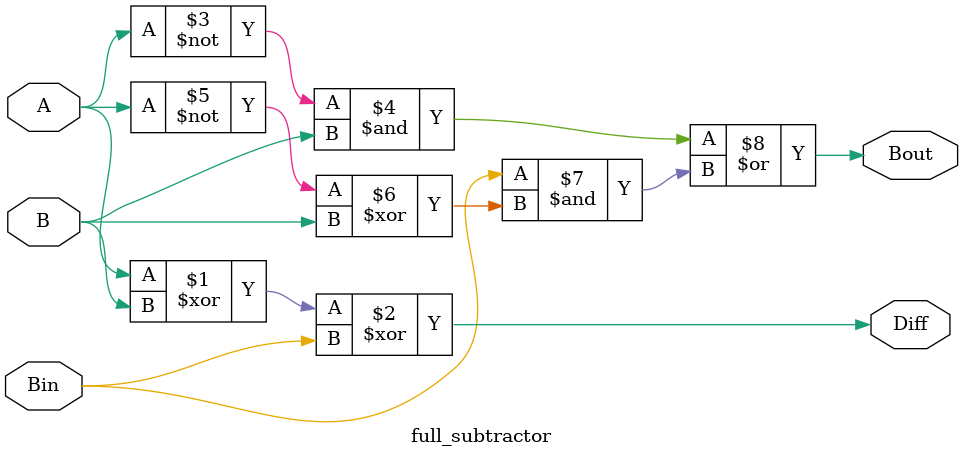
<source format=sv>
`timescale 1ns / 1ps


module full_subtractor(
input logic A,
    input logic B,
    input logic Bin,
    output logic Diff,
    output logic Bout
);
    assign Diff = A ^ B ^ Bin;         // XOR for Difference
    assign Bout = (~A & B) | (Bin & (~A ^ B)); // AND-OR for Borrow
endmodule

</source>
